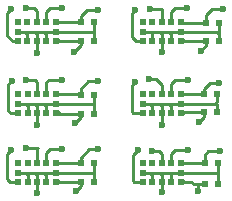
<source format=gbr>
G04 #@! TF.FileFunction,Copper,L1,Top,Signal*
%FSLAX46Y46*%
G04 Gerber Fmt 4.6, Leading zero omitted, Abs format (unit mm)*
G04 Created by KiCad (PCBNEW 4.0.7-e2-6376~58~ubuntu16.04.1) date Tue Jul 31 21:03:08 2018*
%MOMM*%
%LPD*%
G01*
G04 APERTURE LIST*
%ADD10C,0.100000*%
%ADD11R,0.500000X0.500000*%
%ADD12R,0.250000X0.250000*%
%ADD13R,0.600000X0.500000*%
%ADD14C,0.600000*%
%ADD15C,0.250000*%
G04 APERTURE END LIST*
D10*
D11*
X148560000Y-104900000D03*
X147760000Y-104900000D03*
X146960000Y-104900000D03*
X146160000Y-104900000D03*
X145360000Y-104900000D03*
X145360000Y-104100000D03*
X145360000Y-103300000D03*
X146160000Y-103300000D03*
X146960000Y-103300000D03*
X147760000Y-103300000D03*
X148560000Y-103300000D03*
X148560000Y-104100000D03*
D12*
X148860000Y-104775000D03*
D13*
X150620000Y-105030000D03*
X151720000Y-105030000D03*
X150620000Y-103300000D03*
X151720000Y-103300000D03*
X150550000Y-98950000D03*
X151650000Y-98950000D03*
X150550000Y-97450000D03*
X151650000Y-97450000D03*
X150730000Y-92950000D03*
X151830000Y-92950000D03*
X140100000Y-104890000D03*
X141200000Y-104890000D03*
X150730000Y-91370000D03*
X151830000Y-91370000D03*
X140080000Y-103290000D03*
X141180000Y-103290000D03*
X140090000Y-99080000D03*
X141190000Y-99080000D03*
X140130000Y-92940000D03*
X141230000Y-92940000D03*
X140090000Y-97480000D03*
X141190000Y-97480000D03*
X140140000Y-91340000D03*
X141240000Y-91340000D03*
D11*
X148560000Y-99040000D03*
X147760000Y-99040000D03*
X146960000Y-99040000D03*
X146160000Y-99040000D03*
X145360000Y-99040000D03*
X145360000Y-98240000D03*
X145360000Y-97440000D03*
X146160000Y-97440000D03*
X146960000Y-97440000D03*
X147760000Y-97440000D03*
X148560000Y-97440000D03*
X148560000Y-98240000D03*
D12*
X148860000Y-98915000D03*
D11*
X148560000Y-92950000D03*
X147760000Y-92950000D03*
X146960000Y-92950000D03*
X146160000Y-92950000D03*
X145360000Y-92950000D03*
X145360000Y-92150000D03*
X145360000Y-91350000D03*
X146160000Y-91350000D03*
X146960000Y-91350000D03*
X147760000Y-91350000D03*
X148560000Y-91350000D03*
X148560000Y-92150000D03*
D12*
X148860000Y-92825000D03*
D11*
X137990000Y-104890000D03*
X137190000Y-104890000D03*
X136390000Y-104890000D03*
X135590000Y-104890000D03*
X134790000Y-104890000D03*
X134790000Y-104090000D03*
X134790000Y-103290000D03*
X135590000Y-103290000D03*
X136390000Y-103290000D03*
X137190000Y-103290000D03*
X137990000Y-103290000D03*
X137990000Y-104090000D03*
D12*
X138290000Y-104765000D03*
D11*
X137990000Y-99040000D03*
X137190000Y-99040000D03*
X136390000Y-99040000D03*
X135590000Y-99040000D03*
X134790000Y-99040000D03*
X134790000Y-98240000D03*
X134790000Y-97440000D03*
X135590000Y-97440000D03*
X136390000Y-97440000D03*
X137190000Y-97440000D03*
X137990000Y-97440000D03*
X137990000Y-98240000D03*
D12*
X138290000Y-98915000D03*
D11*
X137970000Y-92950000D03*
X137170000Y-92950000D03*
X136370000Y-92950000D03*
X135570000Y-92950000D03*
X134770000Y-92950000D03*
X134770000Y-92150000D03*
X134770000Y-91350000D03*
X135570000Y-91350000D03*
X136370000Y-91350000D03*
X137170000Y-91350000D03*
X137970000Y-91350000D03*
X137970000Y-92150000D03*
D12*
X138270000Y-92825000D03*
D14*
X151900000Y-102280000D03*
X150060000Y-105670000D03*
X146960000Y-105700000D03*
X149200000Y-102150000D03*
X144900000Y-102180000D03*
X146100000Y-102220000D03*
X150130000Y-99790000D03*
X151810000Y-96450000D03*
X146960000Y-100060000D03*
X150250000Y-93740000D03*
X152130000Y-90260000D03*
X146960000Y-93850000D03*
X139650000Y-105650000D03*
X141590000Y-102100000D03*
X136390000Y-105770000D03*
X139570000Y-99910000D03*
X141560000Y-96330000D03*
X136390000Y-100080000D03*
X139550000Y-93840000D03*
X141570000Y-90320000D03*
X136370000Y-93940000D03*
X149150000Y-96270000D03*
X144720000Y-96400000D03*
X145870000Y-96180000D03*
X149090000Y-90160000D03*
X144720000Y-90300000D03*
X145970000Y-90180000D03*
X138540000Y-102100000D03*
X134210000Y-102150000D03*
X135460000Y-102030000D03*
X138540000Y-96220000D03*
X134270000Y-96290000D03*
X135440000Y-96240000D03*
X138540000Y-90160000D03*
X134230000Y-90220000D03*
X135490000Y-90160000D03*
D15*
X150620000Y-102550000D02*
X150620000Y-103300000D01*
X150890000Y-102280000D02*
X150620000Y-102550000D01*
X151900000Y-102280000D02*
X150890000Y-102280000D01*
X150060000Y-105670000D02*
X150060000Y-105030000D01*
X150060000Y-105030000D02*
X150060000Y-105130000D01*
X150060000Y-105130000D02*
X150060000Y-105030000D01*
X150620000Y-103300000D02*
X148560000Y-103300000D01*
X150620000Y-105030000D02*
X150060000Y-105030000D01*
X150060000Y-105030000D02*
X149630000Y-105030000D01*
X149500000Y-104900000D02*
X148560000Y-104900000D01*
X149630000Y-105030000D02*
X149500000Y-104900000D01*
X148560000Y-104900000D02*
X148735000Y-104900000D01*
X148735000Y-104900000D02*
X148860000Y-104775000D01*
X146960000Y-104900000D02*
X146960000Y-105700000D01*
X146160000Y-104900000D02*
X146160000Y-104330000D01*
X146160000Y-104330000D02*
X145930000Y-104100000D01*
X148560000Y-104100000D02*
X151650000Y-104100000D01*
X151650000Y-104100000D02*
X151720000Y-104170000D01*
X151720000Y-103300000D02*
X151720000Y-104170000D01*
X151720000Y-104170000D02*
X151720000Y-105030000D01*
X148560000Y-104100000D02*
X147650000Y-104100000D01*
X147760000Y-104900000D02*
X147760000Y-104210000D01*
X147650000Y-104100000D02*
X146810000Y-104100000D01*
X147760000Y-104210000D02*
X147650000Y-104100000D01*
X145360000Y-104100000D02*
X145930000Y-104100000D01*
X145930000Y-104100000D02*
X146810000Y-104100000D01*
X146960000Y-104250000D02*
X146960000Y-104900000D01*
X146810000Y-104100000D02*
X146960000Y-104250000D01*
X147760000Y-103300000D02*
X147760000Y-102470000D01*
X148080000Y-102150000D02*
X149200000Y-102150000D01*
X147760000Y-102470000D02*
X148080000Y-102150000D01*
X145360000Y-104900000D02*
X144600000Y-104900000D01*
X144510000Y-102570000D02*
X144900000Y-102180000D01*
X144510000Y-104810000D02*
X144510000Y-102570000D01*
X144600000Y-104900000D02*
X144510000Y-104810000D01*
X146100000Y-102220000D02*
X146680000Y-102220000D01*
X146960000Y-102500000D02*
X146960000Y-103300000D01*
X146680000Y-102220000D02*
X146960000Y-102500000D01*
X146960000Y-103080000D02*
X146960000Y-103300000D01*
X150550000Y-99370000D02*
X150550000Y-98950000D01*
X150130000Y-99790000D02*
X150550000Y-99370000D01*
X150550000Y-97450000D02*
X150550000Y-96960000D01*
X151060000Y-96450000D02*
X151810000Y-96450000D01*
X150550000Y-96960000D02*
X151060000Y-96450000D01*
X150550000Y-97450000D02*
X148570000Y-97450000D01*
X148570000Y-97450000D02*
X148560000Y-97440000D01*
X150550000Y-98950000D02*
X148650000Y-98950000D01*
X148650000Y-98950000D02*
X148560000Y-99040000D01*
X148560000Y-99040000D02*
X148735000Y-99040000D01*
X148735000Y-99040000D02*
X148860000Y-98915000D01*
X146960000Y-99040000D02*
X146960000Y-100060000D01*
X151650000Y-97450000D02*
X151650000Y-98090000D01*
X151650000Y-98090000D02*
X151500000Y-98240000D01*
X148560000Y-98240000D02*
X151500000Y-98240000D01*
X151500000Y-98240000D02*
X151640000Y-98240000D01*
X151650000Y-98250000D02*
X151650000Y-98950000D01*
X151640000Y-98240000D02*
X151650000Y-98250000D01*
X147760000Y-99040000D02*
X147760000Y-98450000D01*
X147760000Y-98450000D02*
X147550000Y-98240000D01*
X146960000Y-99040000D02*
X146960000Y-98440000D01*
X146960000Y-98440000D02*
X146760000Y-98240000D01*
X146160000Y-99040000D02*
X146160000Y-98440000D01*
X146160000Y-98440000D02*
X145960000Y-98240000D01*
X145360000Y-98240000D02*
X145960000Y-98240000D01*
X145960000Y-98240000D02*
X146760000Y-98240000D01*
X146760000Y-98240000D02*
X147550000Y-98240000D01*
X147550000Y-98240000D02*
X148560000Y-98240000D01*
X150730000Y-92950000D02*
X150730000Y-93260000D01*
X150730000Y-93260000D02*
X150250000Y-93740000D01*
X150730000Y-90740000D02*
X150730000Y-91370000D01*
X151210000Y-90260000D02*
X150730000Y-90740000D01*
X152130000Y-90260000D02*
X151210000Y-90260000D01*
X150730000Y-91370000D02*
X148580000Y-91370000D01*
X148580000Y-91370000D02*
X148560000Y-91350000D01*
X150730000Y-92950000D02*
X148560000Y-92950000D01*
X148560000Y-92950000D02*
X148735000Y-92950000D01*
X148735000Y-92950000D02*
X148860000Y-92825000D01*
X146960000Y-93850000D02*
X146960000Y-92950000D01*
X147760000Y-92950000D02*
X147760000Y-92350000D01*
X147760000Y-92350000D02*
X147560000Y-92150000D01*
X146960000Y-92950000D02*
X146960000Y-92360000D01*
X146960000Y-92360000D02*
X146750000Y-92150000D01*
X146160000Y-92950000D02*
X146160000Y-92290000D01*
X146160000Y-92290000D02*
X146020000Y-92150000D01*
X145360000Y-92150000D02*
X146020000Y-92150000D01*
X146020000Y-92150000D02*
X146750000Y-92150000D01*
X146750000Y-92150000D02*
X147560000Y-92150000D01*
X147560000Y-92150000D02*
X148560000Y-92150000D01*
X148560000Y-92150000D02*
X151670000Y-92150000D01*
X151670000Y-92150000D02*
X151830000Y-92310000D01*
X151830000Y-91370000D02*
X151830000Y-92310000D01*
X151830000Y-92310000D02*
X151830000Y-92950000D01*
X140100000Y-105200000D02*
X140100000Y-104890000D01*
X139650000Y-105650000D02*
X140100000Y-105200000D01*
X140080000Y-103290000D02*
X140080000Y-102820000D01*
X140800000Y-102100000D02*
X141590000Y-102100000D01*
X140080000Y-102820000D02*
X140800000Y-102100000D01*
X140080000Y-103290000D02*
X137990000Y-103290000D01*
X137990000Y-104890000D02*
X138165000Y-104890000D01*
X138165000Y-104890000D02*
X138290000Y-104765000D01*
X140100000Y-104890000D02*
X137990000Y-104890000D01*
X136390000Y-104890000D02*
X136390000Y-105770000D01*
X141200000Y-104890000D02*
X141200000Y-104230000D01*
X141200000Y-104230000D02*
X141060000Y-104090000D01*
X137990000Y-104090000D02*
X141060000Y-104090000D01*
X141060000Y-104090000D02*
X141200000Y-104090000D01*
X141180000Y-104070000D02*
X141180000Y-103290000D01*
X141200000Y-104090000D02*
X141180000Y-104070000D01*
X137190000Y-104890000D02*
X137190000Y-104300000D01*
X137190000Y-104300000D02*
X136980000Y-104090000D01*
X136390000Y-104890000D02*
X136390000Y-104310000D01*
X136390000Y-104310000D02*
X136170000Y-104090000D01*
X135590000Y-104890000D02*
X135590000Y-104280000D01*
X135590000Y-104280000D02*
X135400000Y-104090000D01*
X134790000Y-104090000D02*
X135400000Y-104090000D01*
X135400000Y-104090000D02*
X136170000Y-104090000D01*
X136170000Y-104090000D02*
X136980000Y-104090000D01*
X136980000Y-104090000D02*
X137990000Y-104090000D01*
X140090000Y-99080000D02*
X140090000Y-99390000D01*
X140090000Y-99390000D02*
X139570000Y-99910000D01*
X140090000Y-97480000D02*
X140090000Y-96960000D01*
X140720000Y-96330000D02*
X141560000Y-96330000D01*
X140090000Y-96960000D02*
X140720000Y-96330000D01*
X140090000Y-99080000D02*
X138030000Y-99080000D01*
X138030000Y-99080000D02*
X137990000Y-99040000D01*
X137990000Y-99040000D02*
X138165000Y-99040000D01*
X138165000Y-99040000D02*
X138290000Y-98915000D01*
X137990000Y-97440000D02*
X140050000Y-97440000D01*
X140050000Y-97440000D02*
X140090000Y-97480000D01*
X136390000Y-100080000D02*
X136390000Y-99040000D01*
X141190000Y-99080000D02*
X141190000Y-98240000D01*
X137990000Y-98240000D02*
X141190000Y-98240000D01*
X141190000Y-98240000D02*
X141190000Y-97480000D01*
X137190000Y-99040000D02*
X137190000Y-98470000D01*
X137190000Y-98470000D02*
X136960000Y-98240000D01*
X136390000Y-99040000D02*
X136390000Y-98450000D01*
X136390000Y-98450000D02*
X136180000Y-98240000D01*
X135590000Y-99040000D02*
X135590000Y-98430000D01*
X135590000Y-98430000D02*
X135400000Y-98240000D01*
X134790000Y-98240000D02*
X135400000Y-98240000D01*
X135400000Y-98240000D02*
X136180000Y-98240000D01*
X136180000Y-98240000D02*
X136960000Y-98240000D01*
X136960000Y-98240000D02*
X137990000Y-98240000D01*
X140130000Y-93260000D02*
X140130000Y-92940000D01*
X139550000Y-93840000D02*
X140130000Y-93260000D01*
X140140000Y-91340000D02*
X140140000Y-90780000D01*
X140600000Y-90320000D02*
X141570000Y-90320000D01*
X140140000Y-90780000D02*
X140600000Y-90320000D01*
X137970000Y-92950000D02*
X140120000Y-92950000D01*
X140120000Y-92950000D02*
X140130000Y-92940000D01*
X137970000Y-92950000D02*
X138145000Y-92950000D01*
X138145000Y-92950000D02*
X138270000Y-92825000D01*
X137970000Y-91350000D02*
X140130000Y-91350000D01*
X140130000Y-91350000D02*
X140140000Y-91340000D01*
X136370000Y-92950000D02*
X136370000Y-93920000D01*
X136370000Y-93920000D02*
X136370000Y-93940000D01*
X141230000Y-92940000D02*
X141230000Y-92160000D01*
X141230000Y-92160000D02*
X141240000Y-92150000D01*
X137970000Y-92150000D02*
X141240000Y-92150000D01*
X141240000Y-92150000D02*
X141240000Y-91340000D01*
X137170000Y-92950000D02*
X137170000Y-92320000D01*
X137170000Y-92320000D02*
X137000000Y-92150000D01*
X136370000Y-92950000D02*
X136370000Y-92370000D01*
X136370000Y-92370000D02*
X136150000Y-92150000D01*
X135570000Y-92950000D02*
X135570000Y-92320000D01*
X135570000Y-92320000D02*
X135400000Y-92150000D01*
X134770000Y-92150000D02*
X135400000Y-92150000D01*
X135400000Y-92150000D02*
X136150000Y-92150000D01*
X136150000Y-92150000D02*
X137000000Y-92150000D01*
X137000000Y-92150000D02*
X137970000Y-92150000D01*
X147760000Y-97440000D02*
X147760000Y-96590000D01*
X148080000Y-96270000D02*
X149150000Y-96270000D01*
X147760000Y-96590000D02*
X148080000Y-96270000D01*
X145360000Y-99040000D02*
X144540000Y-99040000D01*
X144420000Y-96700000D02*
X144720000Y-96400000D01*
X144420000Y-98920000D02*
X144420000Y-96700000D01*
X144540000Y-99040000D02*
X144420000Y-98920000D01*
X145870000Y-96180000D02*
X146500000Y-96180000D01*
X146500000Y-96180000D02*
X146960000Y-96640000D01*
X146960000Y-97440000D02*
X146960000Y-96640000D01*
X147760000Y-91350000D02*
X147760000Y-90490000D01*
X148090000Y-90160000D02*
X149090000Y-90160000D01*
X147760000Y-90490000D02*
X148090000Y-90160000D01*
X145360000Y-92950000D02*
X144750000Y-92950000D01*
X144430000Y-90590000D02*
X144720000Y-90300000D01*
X144430000Y-92630000D02*
X144430000Y-90590000D01*
X144750000Y-92950000D02*
X144430000Y-92630000D01*
X146960000Y-90180000D02*
X146960000Y-91350000D01*
X145970000Y-90180000D02*
X146960000Y-90180000D01*
X137190000Y-103290000D02*
X137190000Y-102430000D01*
X137520000Y-102100000D02*
X138540000Y-102100000D01*
X137190000Y-102430000D02*
X137520000Y-102100000D01*
X134790000Y-104890000D02*
X134140000Y-104890000D01*
X133850000Y-102510000D02*
X134210000Y-102150000D01*
X133850000Y-104600000D02*
X133850000Y-102510000D01*
X134140000Y-104890000D02*
X133850000Y-104600000D01*
X136390000Y-102090000D02*
X136390000Y-103290000D01*
X136450000Y-102030000D02*
X136390000Y-102090000D01*
X135460000Y-102030000D02*
X136450000Y-102030000D01*
X137190000Y-97440000D02*
X137190000Y-96440000D01*
X137410000Y-96220000D02*
X138540000Y-96220000D01*
X137190000Y-96440000D02*
X137410000Y-96220000D01*
X134790000Y-99040000D02*
X134170000Y-99040000D01*
X133960000Y-96600000D02*
X134270000Y-96290000D01*
X133960000Y-98830000D02*
X133960000Y-96600000D01*
X134170000Y-99040000D02*
X133960000Y-98830000D01*
X136390000Y-96410000D02*
X136390000Y-97440000D01*
X136220000Y-96240000D02*
X136390000Y-96410000D01*
X135440000Y-96240000D02*
X136220000Y-96240000D01*
X137170000Y-91350000D02*
X137170000Y-90510000D01*
X137520000Y-90160000D02*
X138540000Y-90160000D01*
X137170000Y-90510000D02*
X137520000Y-90160000D01*
X134770000Y-92950000D02*
X134320000Y-92950000D01*
X133880000Y-90570000D02*
X134230000Y-90220000D01*
X133880000Y-92510000D02*
X133880000Y-90570000D01*
X134320000Y-92950000D02*
X133880000Y-92510000D01*
X136370000Y-90430000D02*
X136370000Y-91350000D01*
X136110000Y-90170000D02*
X136370000Y-90430000D01*
X135500000Y-90170000D02*
X136110000Y-90170000D01*
X135490000Y-90160000D02*
X135500000Y-90170000D01*
M02*

</source>
